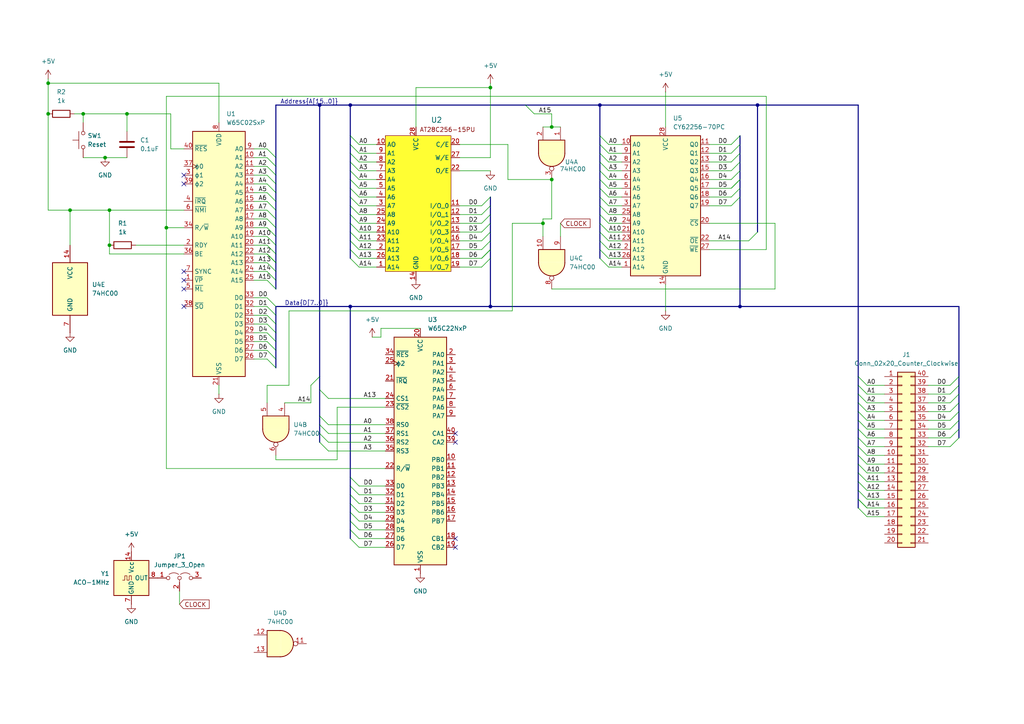
<source format=kicad_sch>
(kicad_sch (version 20250114) (generator "eeschema") (generator_version "9.0")
  (paper "A4")
  (lib_symbols
    (symbol "74xx:74HC00" (pin_names (offset 1.016))
      (property "Reference" "U" (at 0 1.27 0))
      (property "Value" "74HC00" (at 0 -1.27 0))
      (symbol "74HC00_1_1"
        (pin input line (at -7.62 2.54 0) (length 3.81) (name "~") (number "1"))
        (pin input line (at -7.62 -2.54 0) (length 3.81) (name "~") (number "2"))
        (pin output inverted (at 7.62 0 180) (length 3.81) (name "~") (number "3"))
      )
      (symbol "74HC00_1_2"
        (pin input inverted (at -7.62 2.54 0) (length 4.318) (name "~") (number "1"))
        (pin input inverted (at -7.62 -2.54 0) (length 4.318) (name "~") (number "2"))
        (pin output line (at 7.62 0 180) (length 3.81) (name "~") (number "3"))
      )
      (symbol "74HC00_2_1"
        (pin input line (at -7.62 2.54 0) (length 3.81) (name "~") (number "4"))
        (pin input line (at -7.62 -2.54 0) (length 3.81) (name "~") (number "5"))
        (pin output inverted (at 7.62 0 180) (length 3.81) (name "~") (number "6"))
      )
      (symbol "74HC00_2_2"
        (pin input inverted (at -7.62 2.54 0) (length 4.318) (name "~") (number "4"))
        (pin input inverted (at -7.62 -2.54 0) (length 4.318) (name "~") (number "5"))
        (pin output line (at 7.62 0 180) (length 3.81) (name "~") (number "6"))
      )
      (symbol "74HC00_3_1"
        (pin input line (at -7.62 2.54 0) (length 3.81) (name "~") (number "9"))
        (pin input line (at -7.62 -2.54 0) (length 3.81) (name "~") (number "10"))
        (pin output inverted (at 7.62 0 180) (length 3.81) (name "~") (number "8"))
      )
      (symbol "74HC00_3_2"
        (pin input inverted (at -7.62 2.54 0) (length 4.318) (name "~") (number "9"))
        (pin input inverted (at -7.62 -2.54 0) (length 4.318) (name "~") (number "10"))
        (pin output line (at 7.62 0 180) (length 3.81) (name "~") (number "8"))
      )
      (symbol "74HC00_4_1"
        (pin input line (at -7.62 2.54 0) (length 3.81) (name "~") (number "12"))
        (pin input line (at -7.62 -2.54 0) (length 3.81) (name "~") (number "13"))
        (pin output inverted (at 7.62 0 180) (length 3.81) (name "~") (number "11"))
      )
      (symbol "74HC00_4_2"
        (pin input inverted (at -7.62 2.54 0) (length 4.318) (name "~") (number "12"))
        (pin input inverted (at -7.62 -2.54 0) (length 4.318) (name "~") (number "13"))
        (pin output line (at 7.62 0 180) (length 3.81) (name "~") (number "11"))
      )
      (symbol "74HC00_5_0"
        (pin power_in line (at 0 12.7 270) (length 5.08) (name "VCC") (number "14"))
        (pin power_in line (at 0 -12.7 90) (length 5.08) (name "GND") (number "7"))
      )
    )
    (symbol "Connector_Generic:Conn_02x20_Counter_Clockwise" (pin_names (offset 1.016) (hide yes))
      (property "Reference" "J" (at 1.27 25.4 0))
      (property "Value" "Conn_02x20_Counter_Clockwise" (at 1.27 -27.94 0))
      (symbol "Conn_02x20_Counter_Clockwise_1_1"
        (pin passive line (at -5.08 22.86 0) (length 3.81) (name "Pin_1") (number "1"))
        (pin passive line (at -5.08 20.32 0) (length 3.81) (name "Pin_2") (number "2"))
        (pin passive line (at -5.08 17.78 0) (length 3.81) (name "Pin_3") (number "3"))
        (pin passive line (at -5.08 15.24 0) (length 3.81) (name "Pin_4") (number "4"))
        (pin passive line (at -5.08 12.7 0) (length 3.81) (name "Pin_5") (number "5"))
        (pin passive line (at -5.08 10.16 0) (length 3.81) (name "Pin_6") (number "6"))
        (pin passive line (at -5.08 7.62 0) (length 3.81) (name "Pin_7") (number "7"))
        (pin passive line (at -5.08 5.08 0) (length 3.81) (name "Pin_8") (number "8"))
        (pin passive line (at -5.08 2.54 0) (length 3.81) (name "Pin_9") (number "9"))
        (pin passive line (at -5.08 0 0) (length 3.81) (name "Pin_10") (number "10"))
        (pin passive line (at -5.08 -2.54 0) (length 3.81) (name "Pin_11") (number "11"))
        (pin passive line (at -5.08 -5.08 0) (length 3.81) (name "Pin_12") (number "12"))
        (pin passive line (at -5.08 -7.62 0) (length 3.81) (name "Pin_13") (number "13"))
        (pin passive line (at -5.08 -10.16 0) (length 3.81) (name "Pin_14") (number "14"))
        (pin passive line (at -5.08 -12.7 0) (length 3.81) (name "Pin_15") (number "15"))
        (pin passive line (at -5.08 -15.24 0) (length 3.81) (name "Pin_16") (number "16"))
        (pin passive line (at -5.08 -17.78 0) (length 3.81) (name "Pin_17") (number "17"))
        (pin passive line (at -5.08 -20.32 0) (length 3.81) (name "Pin_18") (number "18"))
        (pin passive line (at -5.08 -22.86 0) (length 3.81) (name "Pin_19") (number "19"))
        (pin passive line (at -5.08 -25.4 0) (length 3.81) (name "Pin_20") (number "20"))
        (pin passive line (at 7.62 22.86 180) (length 3.81) (name "Pin_40") (number "40"))
        (pin passive line (at 7.62 20.32 180) (length 3.81) (name "Pin_39") (number "39"))
        (pin passive line (at 7.62 17.78 180) (length 3.81) (name "Pin_38") (number "38"))
        (pin passive line (at 7.62 15.24 180) (length 3.81) (name "Pin_37") (number "37"))
        (pin passive line (at 7.62 12.7 180) (length 3.81) (name "Pin_36") (number "36"))
        (pin passive line (at 7.62 10.16 180) (length 3.81) (name "Pin_35") (number "35"))
        (pin passive line (at 7.62 7.62 180) (length 3.81) (name "Pin_34") (number "34"))
        (pin passive line (at 7.62 5.08 180) (length 3.81) (name "Pin_33") (number "33"))
        (pin passive line (at 7.62 2.54 180) (length 3.81) (name "Pin_32") (number "32"))
        (pin passive line (at 7.62 0 180) (length 3.81) (name "Pin_31") (number "31"))
        (pin passive line (at 7.62 -2.54 180) (length 3.81) (name "Pin_30") (number "30"))
        (pin passive line (at 7.62 -5.08 180) (length 3.81) (name "Pin_29") (number "29"))
        (pin passive line (at 7.62 -7.62 180) (length 3.81) (name "Pin_28") (number "28"))
        (pin passive line (at 7.62 -10.16 180) (length 3.81) (name "Pin_27") (number "27"))
        (pin passive line (at 7.62 -12.7 180) (length 3.81) (name "Pin_26") (number "26"))
        (pin passive line (at 7.62 -15.24 180) (length 3.81) (name "Pin_25") (number "25"))
        (pin passive line (at 7.62 -17.78 180) (length 3.81) (name "Pin_24") (number "24"))
        (pin passive line (at 7.62 -20.32 180) (length 3.81) (name "Pin_23") (number "23"))
        (pin passive line (at 7.62 -22.86 180) (length 3.81) (name "Pin_22") (number "22"))
        (pin passive line (at 7.62 -25.4 180) (length 3.81) (name "Pin_21") (number "21"))
      )
    )
    (symbol "Device:C" (pin_numbers (hide yes)) (pin_names (offset 0.254))
      (property "Reference" "C" (at 0.635 2.54 0))
      (property "Value" "C" (at 0.635 -2.54 0))
      (symbol "C_1_1"
        (pin passive line (at 0 3.81 270) (length 2.794) (name "~") (number "1"))
        (pin passive line (at 0 -3.81 90) (length 2.794) (name "~") (number "2"))
      )
    )
    (symbol "Device:R" (pin_numbers (hide yes)) (pin_names (offset 0))
      (property "Reference" "R" (at 2.032 0 90))
      (property "Value" "R" (at 0 0 90))
      (symbol "R_1_1"
        (pin passive line (at 0 3.81 270) (length 1.27) (name "~") (number "1"))
        (pin passive line (at 0 -3.81 90) (length 1.27) (name "~") (number "2"))
      )
    )
    (symbol "Jumper:Jumper_3_Open" (pin_names (offset 0) (hide yes)) (exclude_from_sim yes) (in_bom no)
      (property "Reference" "JP" (at -2.54 -2.54 0))
      (property "Value" "Jumper_3_Open" (at 0 2.794 0))
      (symbol "Jumper_3_Open_1_1"
        (pin passive line (at -6.35 0 0) (length 2.54) (name "A") (number "1"))
        (pin passive line (at 0 -3.81 90) (length 2.54) (name "C") (number "2"))
        (pin passive line (at 6.35 0 180) (length 2.54) (name "B") (number "3"))
      )
    )
    (symbol "Memory_RAM:CY62256-70PC"
      (property "Reference" "U" (at -10.16 20.955 0))
      (property "Value" "CY62256-70PC" (at 2.54 20.955 0))
      (symbol "CY62256-70PC_0_0"
        (pin power_in line (at 0 22.86 270) (length 2.54) (name "VCC") (number "28"))
        (pin power_in line (at 0 -22.86 90) (length 2.54) (name "GND") (number "14"))
      )
      (symbol "CY62256-70PC_1_1"
        (pin input line (at -12.7 17.78 0) (length 2.54) (name "A0") (number "10"))
        (pin input line (at -12.7 15.24 0) (length 2.54) (name "A1") (number "9"))
        (pin input line (at -12.7 12.7 0) (length 2.54) (name "A2") (number "8"))
        (pin input line (at -12.7 10.16 0) (length 2.54) (name "A3") (number "7"))
        (pin input line (at -12.7 7.62 0) (length 2.54) (name "A4") (number "6"))
        (pin input line (at -12.7 5.08 0) (length 2.54) (name "A5") (number "5"))
        (pin input line (at -12.7 2.54 0) (length 2.54) (name "A6") (number "4"))
        (pin input line (at -12.7 0 0) (length 2.54) (name "A7") (number "3"))
        (pin input line (at -12.7 -2.54 0) (length 2.54) (name "A8") (number "25"))
        (pin input line (at -12.7 -5.08 0) (length 2.54) (name "A9") (number "24"))
        (pin input line (at -12.7 -7.62 0) (length 2.54) (name "A10") (number "21"))
        (pin input line (at -12.7 -10.16 0) (length 2.54) (name "A11") (number "23"))
        (pin input line (at -12.7 -12.7 0) (length 2.54) (name "A12") (number "2"))
        (pin input line (at -12.7 -15.24 0) (length 2.54) (name "A13") (number "26"))
        (pin input line (at -12.7 -17.78 0) (length 2.54) (name "A14") (number "1"))
        (pin tri_state line (at 12.7 17.78 180) (length 2.54) (name "Q0") (number "11"))
        (pin tri_state line (at 12.7 15.24 180) (length 2.54) (name "Q1") (number "12"))
        (pin tri_state line (at 12.7 12.7 180) (length 2.54) (name "Q2") (number "13"))
        (pin tri_state line (at 12.7 10.16 180) (length 2.54) (name "Q3") (number "15"))
        (pin tri_state line (at 12.7 7.62 180) (length 2.54) (name "Q4") (number "16"))
        (pin tri_state line (at 12.7 5.08 180) (length 2.54) (name "Q5") (number "17"))
        (pin tri_state line (at 12.7 2.54 180) (length 2.54) (name "Q6") (number "18"))
        (pin tri_state line (at 12.7 0 180) (length 2.54) (name "Q7") (number "19"))
        (pin input line (at 12.7 -5.08 180) (length 2.54) (name "~{CS}") (number "20"))
        (pin input line (at 12.7 -10.16 180) (length 2.54) (name "~{OE}") (number "22"))
        (pin input line (at 12.7 -12.7 180) (length 2.54) (name "~{WE}") (number "27"))
      )
    )
    (symbol "Oscillator:ACO-xxxMHz" (pin_names (offset 0.254))
      (property "Reference" "Y" (at -5.08 6.35 0))
      (property "Value" "ACO-xxxMHz" (at 1.27 -6.35 0))
      (symbol "ACO-xxxMHz_1_1"
        (pin no_connect line (at -5.08 2.54 0) (length 2.54) (hide yes) (name "NC") (number "1"))
        (pin power_in line (at 0 7.62 270) (length 2.54) (name "Vcc") (number "14"))
        (pin power_in line (at 0 -7.62 90) (length 2.54) (name "GND") (number "7"))
        (pin output line (at 7.62 0 180) (length 2.54) (name "OUT") (number "8"))
      )
    )
    (symbol "PCM_65xx-library:W65C02SxP"
      (property "Reference" "U" (at 2.54 40.64 0))
      (property "Value" "W65C02SxP" (at 2.54 38.1 0))
      (symbol "W65C02SxP_1_1"
        (pin input line (at -10.16 30.48 0) (length 2.54) (name "~{RES}") (number "40"))
        (pin input clock (at -10.16 25.4 0) (length 2.54) (name "ϕ0") (number "37"))
        (pin output line (at -10.16 22.86 0) (length 2.54) (name "ϕ1") (number "3"))
        (pin output line (at -10.16 20.32 0) (length 2.54) (name "ϕ2") (number "39"))
        (pin input line (at -10.16 15.24 0) (length 2.54) (name "~{IRQ}") (number "4"))
        (pin input line (at -10.16 12.7 0) (length 2.54) (name "~{NMI}") (number "6"))
        (pin tri_state line (at -10.16 7.62 0) (length 2.54) (name "R/~{W}") (number "34"))
        (pin open_collector line (at -10.16 2.54 0) (length 2.54) (name "RDY") (number "2"))
        (pin input line (at -10.16 0 0) (length 2.54) (name "BE") (number "36"))
        (pin output line (at -10.16 -5.08 0) (length 2.54) (name "SYNC") (number "7"))
        (pin output line (at -10.16 -7.62 0) (length 2.54) (name "~{VP}") (number "1"))
        (pin output line (at -10.16 -10.16 0) (length 2.54) (name "~{ML}") (number "5"))
        (pin input line (at -10.16 -15.24 0) (length 2.54) (name "~{SO}") (number "38"))
        (pin no_connect non_logic (at -7.62 -30.48 0) (length 2.54) (hide yes) (name "nc") (number "35"))
        (pin power_in line (at 0 38.1 270) (length 2.54) (name "VDD") (number "8"))
        (pin power_in line (at 0 -38.1 90) (length 2.54) (name "VSS") (number "21"))
        (pin tri_state line (at 10.16 30.48 180) (length 2.54) (name "A0") (number "9"))
        (pin tri_state line (at 10.16 27.94 180) (length 2.54) (name "A1") (number "10"))
        (pin tri_state line (at 10.16 25.4 180) (length 2.54) (name "A2") (number "11"))
        (pin tri_state line (at 10.16 22.86 180) (length 2.54) (name "A3") (number "12"))
        (pin tri_state line (at 10.16 20.32 180) (length 2.54) (name "A4") (number "13"))
        (pin tri_state line (at 10.16 17.78 180) (length 2.54) (name "A5") (number "14"))
        (pin tri_state line (at 10.16 15.24 180) (length 2.54) (name "A6") (number "15"))
        (pin tri_state line (at 10.16 12.7 180) (length 2.54) (name "A7") (number "16"))
        (pin tri_state line (at 10.16 10.16 180) (length 2.54) (name "A8") (number "17"))
        (pin tri_state line (at 10.16 7.62 180) (length 2.54) (name "A9") (number "18"))
        (pin tri_state line (at 10.16 5.08 180) (length 2.54) (name "A10") (number "19"))
        (pin tri_state line (at 10.16 2.54 180) (length 2.54) (name "A11") (number "20"))
        (pin tri_state line (at 10.16 0 180) (length 2.54) (name "A12") (number "22"))
        (pin tri_state line (at 10.16 -2.54 180) (length 2.54) (name "A13") (number "23"))
        (pin tri_state line (at 10.16 -5.08 180) (length 2.54) (name "A14") (number "24"))
        (pin tri_state line (at 10.16 -7.62 180) (length 2.54) (name "A15") (number "25"))
        (pin bidirectional line (at 10.16 -12.7 180) (length 2.54) (name "D0") (number "33"))
        (pin bidirectional line (at 10.16 -15.24 180) (length 2.54) (name "D1") (number "32"))
        (pin bidirectional line (at 10.16 -17.78 180) (length 2.54) (name "D2") (number "31"))
        (pin bidirectional line (at 10.16 -20.32 180) (length 2.54) (name "D3") (number "30"))
        (pin bidirectional line (at 10.16 -22.86 180) (length 2.54) (name "D4") (number "29"))
        (pin bidirectional line (at 10.16 -25.4 180) (length 2.54) (name "D5") (number "28"))
        (pin bidirectional line (at 10.16 -27.94 180) (length 2.54) (name "D6") (number "27"))
        (pin bidirectional line (at 10.16 -30.48 180) (length 2.54) (name "D7") (number "26"))
      )
    )
    (symbol "PCM_65xx-library:W65C22NxP"
      (property "Reference" "U" (at 2.54 38.1 0))
      (property "Value" "W65C22NxP" (at 2.54 35.56 0))
      (symbol "W65C22NxP_1_1"
        (pin input line (at -10.16 27.94 0) (length 2.54) (name "~{RES}") (number "34"))
        (pin input clock (at -10.16 25.4 0) (length 2.54) (name "ϕ2") (number "25"))
        (pin open_collector line (at -10.16 20.32 0) (length 2.54) (name "~{IRQ}") (number "21"))
        (pin input line (at -10.16 15.24 0) (length 2.54) (name "CS1") (number "24"))
        (pin input line (at -10.16 12.7 0) (length 2.54) (name "~{CS2}") (number "23"))
        (pin input line (at -10.16 7.62 0) (length 2.54) (name "RS0") (number "38"))
        (pin input line (at -10.16 5.08 0) (length 2.54) (name "RS1") (number "37"))
        (pin input line (at -10.16 2.54 0) (length 2.54) (name "RS2") (number "36"))
        (pin input line (at -10.16 0 0) (length 2.54) (name "RS3") (number "35"))
        (pin input line (at -10.16 -5.08 0) (length 2.54) (name "R/~{W}") (number "22"))
        (pin bidirectional line (at -10.16 -10.16 0) (length 2.54) (name "D0") (number "33"))
        (pin bidirectional line (at -10.16 -12.7 0) (length 2.54) (name "D1") (number "32"))
        (pin bidirectional line (at -10.16 -15.24 0) (length 2.54) (name "D2") (number "31"))
        (pin bidirectional line (at -10.16 -17.78 0) (length 2.54) (name "D3") (number "30"))
        (pin bidirectional line (at -10.16 -20.32 0) (length 2.54) (name "D4") (number "29"))
        (pin bidirectional line (at -10.16 -22.86 0) (length 2.54) (name "D5") (number "28"))
        (pin bidirectional line (at -10.16 -25.4 0) (length 2.54) (name "D6") (number "27"))
        (pin bidirectional line (at -10.16 -27.94 0) (length 2.54) (name "D7") (number "26"))
        (pin power_in line (at 0 35.56 270) (length 2.54) (name "VCC") (number "20"))
        (pin power_in line (at 0 -35.56 90) (length 2.54) (name "VSS") (number "1"))
        (pin bidirectional line (at 10.16 27.94 180) (length 2.54) (name "PA0") (number "2"))
        (pin bidirectional line (at 10.16 25.4 180) (length 2.54) (name "PA1") (number "3"))
        (pin bidirectional line (at 10.16 22.86 180) (length 2.54) (name "PA2") (number "4"))
        (pin bidirectional line (at 10.16 20.32 180) (length 2.54) (name "PA3") (number "5"))
        (pin bidirectional line (at 10.16 17.78 180) (length 2.54) (name "PA4") (number "6"))
        (pin bidirectional line (at 10.16 15.24 180) (length 2.54) (name "PA5") (number "7"))
        (pin bidirectional line (at 10.16 12.7 180) (length 2.54) (name "PA6") (number "8"))
        (pin bidirectional line (at 10.16 10.16 180) (length 2.54) (name "PA7") (number "9"))
        (pin input line (at 10.16 5.08 180) (length 2.54) (name "CA1") (number "40"))
        (pin bidirectional line (at 10.16 2.54 180) (length 2.54) (name "CA2") (number "39"))
        (pin bidirectional line (at 10.16 -2.54 180) (length 2.54) (name "PB0") (number "10"))
        (pin bidirectional line (at 10.16 -5.08 180) (length 2.54) (name "PB1") (number "11"))
        (pin bidirectional line (at 10.16 -7.62 180) (length 2.54) (name "PB2") (number "12"))
        (pin bidirectional line (at 10.16 -10.16 180) (length 2.54) (name "PB3") (number "13"))
        (pin bidirectional line (at 10.16 -12.7 180) (length 2.54) (name "PB4") (number "14"))
        (pin bidirectional line (at 10.16 -15.24 180) (length 2.54) (name "PB5") (number "15"))
        (pin bidirectional line (at 10.16 -17.78 180) (length 2.54) (name "PB6") (number "16"))
        (pin bidirectional line (at 10.16 -20.32 180) (length 2.54) (name "PB7") (number "17"))
        (pin input line (at 10.16 -25.4 180) (length 2.54) (name "CB1") (number "18"))
        (pin bidirectional line (at 10.16 -27.94 180) (length 2.54) (name "CB2") (number "19"))
      )
    )
    (symbol "Switch:SW_Push" (pin_numbers (hide yes)) (pin_names (offset 1.016) (hide yes))
      (property "Reference" "SW" (at 1.27 2.54 0))
      (property "Value" "SW_Push" (at 0 -1.524 0))
      (symbol "SW_Push_0_1"
        (pin passive line (at -5.08 0 0) (length 2.54) (name "1") (number "1"))
        (pin passive line (at 5.08 0 180) (length 2.54) (name "2") (number "2"))
      )
    )
    (symbol "neodem:AT28C256-15PU"
      (property "Reference" "U2" (at -4.572 18.542 0))
      (symbol "AT28C256-15PU_1_1"
        (text "AT28C256-15PU" (at 0.254 15.748 0) (effects (font (size 1.27 1.27))))
        (pin input line (at -20.32 11.43 0) (length 2.54) (name "AO") (number "10"))
        (pin input line (at -20.32 8.89 0) (length 2.54) (name "A1") (number "9"))
        (pin input line (at -20.32 6.35 0) (length 2.54) (name "A2") (number "8"))
        (pin input line (at -20.32 3.81 0) (length 2.54) (name "A3") (number "7"))
        (pin input line (at -20.32 1.27 0) (length 2.54) (name "A4") (number "6"))
        (pin input line (at -20.32 -1.27 0) (length 2.54) (name "A5") (number "5"))
        (pin input line (at -20.32 -3.81 0) (length 2.54) (name "A6") (number "4"))
        (pin input line (at -20.32 -6.35 0) (length 2.54) (name "A7") (number "3"))
        (pin input line (at -20.32 -8.89 0) (length 2.54) (name "A8") (number "25"))
        (pin input line (at -20.32 -11.43 0) (length 2.54) (name "A9") (number "24"))
        (pin input line (at -20.32 -13.97 0) (length 2.54) (name "A10") (number "21"))
        (pin input line (at -20.32 -16.51 0) (length 2.54) (name "A11") (number "23"))
        (pin input line (at -20.32 -19.05 0) (length 2.54) (name "A12") (number "2"))
        (pin input line (at -20.32 -21.59 0) (length 2.54) (name "A13") (number "26"))
        (pin input line (at -20.32 -24.13 0) (length 2.54) (name "A14") (number "1"))
        (pin power_in line (at -8.89 16.51 270) (length 2.54) (name "VCC") (number "28"))
        (pin power_in line (at -8.89 -27.94 90) (length 2.54) (name "GND") (number "14"))
        (pin input line (at 3.81 11.43 180) (length 2.54) (name "C/E") (number "20"))
        (pin input line (at 3.81 7.62 180) (length 2.54) (name "W/E") (number "27"))
        (pin input line (at 3.81 3.81 180) (length 2.54) (name "O/E") (number "22"))
        (pin bidirectional line (at 3.81 -6.35 180) (length 2.54) (name "I/O_0") (number "11"))
        (pin bidirectional line (at 3.81 -8.89 180) (length 2.54) (name "I/O_1") (number "12"))
        (pin bidirectional line (at 3.81 -11.43 180) (length 2.54) (name "I/O_2") (number "13"))
        (pin bidirectional line (at 3.81 -13.97 180) (length 2.54) (name "I/O_3") (number "15"))
        (pin bidirectional line (at 3.81 -16.51 180) (length 2.54) (name "I/O_4") (number "16"))
        (pin bidirectional line (at 3.81 -19.05 180) (length 2.54) (name "I/O_5") (number "17"))
        (pin bidirectional line (at 3.81 -21.59 180) (length 2.54) (name "I/O_6") (number "18"))
        (pin bidirectional line (at 3.81 -24.13 180) (length 2.54) (name "I/O_7") (number "19"))
      )
    )
    (symbol "power:+5V" (power) (pin_numbers (hide yes)) (pin_names (offset 0) (hide yes))
      (property "Value" "+5V" (at 0 3.556 0))
      (symbol "+5V_1_1"
        (pin power_in line (at 0 0 90) (length 0) (name "~") (number "1"))
      )
    )
    (symbol "power:GND" (power) (pin_numbers (hide yes)) (pin_names (offset 0) (hide yes))
      (property "Value" "GND" (at 0 -3.81 0))
      (symbol "GND_1_1"
        (pin power_in line (at 0 0 270) (length 0) (name "~") (number "1"))
      )
    )
  )
  (junction (at 219.71 30.48))
  (junction (at 160.02 52.07))
  (junction (at 31.75 71.12))
  (junction (at 31.75 60.96))
  (junction (at 101.6 88.9))
  (junction (at 48.26 66.04))
  (junction (at 92.71 30.48))
  (junction (at 20.32 60.96))
  (junction (at 142.24 25.4))
  (junction (at 13.97 33.02))
  (junction (at 36.83 33.02))
  (junction (at 160.02 36.83))
  (junction (at 142.24 88.9))
  (junction (at 24.13 33.02))
  (junction (at 173.99 30.48))
  (junction (at 157.48 64.77))
  (junction (at 101.6 30.48))
  (junction (at 214.63 88.9))
  (junction (at 13.97 24.13))
  (junction (at 30.48 45.72))
  (no_connect (at 53.34 88.9))
  (no_connect (at 132.08 158.75))
  (no_connect (at 132.08 156.21))
  (no_connect (at 53.34 53.34))
  (no_connect (at 132.08 128.27))
  (no_connect (at 53.34 83.82))
  (no_connect (at 132.08 125.73))
  (no_connect (at 309.88 22.86))
  (no_connect (at 53.34 50.8))
  (no_connect (at 53.34 81.28))
  (no_connect (at 53.34 78.74))
  (bus_entry (at 212.09 52.07) (size 2.54 -2.54))
  (bus_entry (at 173.99 67.31) (size 2.54 2.54))
  (bus_entry (at 101.6 69.85) (size 2.54 2.54))
  (bus_entry (at 101.6 67.31) (size 2.54 2.54))
  (bus_entry (at 173.99 57.15) (size 2.54 2.54))
  (bus_entry (at 212.09 54.61) (size 2.54 -2.54))
  (bus_entry (at 173.99 59.69) (size 2.54 2.54))
  (bus_entry (at 77.47 60.96) (size 2.54 2.54))
  (bus_entry (at 101.6 57.15) (size 2.54 2.54))
  (bus_entry (at 139.7 59.69) (size 2.54 -2.54))
  (bus_entry (at 212.09 49.53) (size 2.54 -2.54))
  (bus_entry (at 77.47 81.28) (size 2.54 2.54))
  (bus_entry (at 173.99 52.07) (size 2.54 2.54))
  (bus_entry (at 101.6 49.53) (size 2.54 2.54))
  (bus_entry (at 173.99 46.99) (size 2.54 2.54))
  (bus_entry (at 77.47 93.98) (size 2.54 2.54))
  (bus_entry (at 139.7 62.23) (size 2.54 -2.54))
  (bus_entry (at 275.59 116.84) (size 2.54 -2.54))
  (bus_entry (at 77.47 101.6) (size 2.54 2.54))
  (bus_entry (at 77.47 91.44) (size 2.54 2.54))
  (bus_entry (at 217.17 69.85) (size 2.54 -2.54))
  (bus_entry (at 248.92 134.62) (size 2.54 2.54))
  (bus_entry (at 77.47 68.58) (size 2.54 2.54))
  (bus_entry (at 77.47 45.72) (size 2.54 2.54))
  (bus_entry (at 101.6 156.21) (size 2.54 2.54))
  (bus_entry (at 139.7 64.77) (size 2.54 -2.54))
  (bus_entry (at 77.47 48.26) (size 2.54 2.54))
  (bus_entry (at 248.92 144.78) (size 2.54 2.54))
  (bus_entry (at 101.6 64.77) (size 2.54 2.54))
  (bus_entry (at 152.4 30.48) (size 2.54 2.54))
  (bus_entry (at 77.47 86.36) (size 2.54 2.54))
  (bus_entry (at 101.6 41.91) (size 2.54 2.54))
  (bus_entry (at 248.92 137.16) (size 2.54 2.54))
  (bus_entry (at 248.92 111.76) (size 2.54 2.54))
  (bus_entry (at 173.99 64.77) (size 2.54 2.54))
  (bus_entry (at 248.92 142.24) (size 2.54 2.54))
  (bus_entry (at 101.6 143.51) (size 2.54 2.54))
  (bus_entry (at 77.47 104.14) (size 2.54 2.54))
  (bus_entry (at 77.47 58.42) (size 2.54 2.54))
  (bus_entry (at 275.59 111.76) (size 2.54 -2.54))
  (bus_entry (at 248.92 121.92) (size 2.54 2.54))
  (bus_entry (at 139.7 67.31) (size 2.54 -2.54))
  (bus_entry (at 173.99 69.85) (size 2.54 2.54))
  (bus_entry (at 92.71 128.27) (size 2.54 2.54))
  (bus_entry (at 212.09 46.99) (size 2.54 -2.54))
  (bus_entry (at 77.47 55.88) (size 2.54 2.54))
  (bus_entry (at 212.09 41.91) (size 2.54 -2.54))
  (bus_entry (at 275.59 119.38) (size 2.54 -2.54))
  (bus_entry (at 92.71 113.03) (size 2.54 2.54))
  (bus_entry (at 173.99 62.23) (size 2.54 2.54))
  (bus_entry (at 248.92 109.22) (size 2.54 2.54))
  (bus_entry (at 275.59 121.92) (size 2.54 -2.54))
  (bus_entry (at 248.92 116.84) (size 2.54 2.54))
  (bus_entry (at 77.47 43.18) (size 2.54 2.54))
  (bus_entry (at 101.6 52.07) (size 2.54 2.54))
  (bus_entry (at 248.92 127) (size 2.54 2.54))
  (bus_entry (at 101.6 54.61) (size 2.54 2.54))
  (bus_entry (at 173.99 39.37) (size 2.54 2.54))
  (bus_entry (at 101.6 151.13) (size 2.54 2.54))
  (bus_entry (at 139.7 74.93) (size 2.54 -2.54))
  (bus_entry (at 77.47 78.74) (size 2.54 2.54))
  (bus_entry (at 101.6 148.59) (size 2.54 2.54))
  (bus_entry (at 101.6 46.99) (size 2.54 2.54))
  (bus_entry (at 248.92 124.46) (size 2.54 2.54))
  (bus_entry (at 173.99 74.93) (size 2.54 2.54))
  (bus_entry (at 139.7 69.85) (size 2.54 -2.54))
  (bus_entry (at 173.99 49.53) (size 2.54 2.54))
  (bus_entry (at 77.47 88.9) (size 2.54 2.54))
  (bus_entry (at 139.7 74.93) (size 2.54 -2.54))
  (bus_entry (at 77.47 73.66) (size 2.54 2.54))
  (bus_entry (at 101.6 44.45) (size 2.54 2.54))
  (bus_entry (at 77.47 76.2) (size 2.54 2.54))
  (bus_entry (at 139.7 77.47) (size 2.54 -2.54))
  (bus_entry (at 77.47 96.52) (size 2.54 2.54))
  (bus_entry (at 248.92 147.32) (size 2.54 2.54))
  (bus_entry (at 90.17 111.76) (size 2.54 -2.54))
  (bus_entry (at 101.6 39.37) (size 2.54 2.54))
  (bus_entry (at 275.59 114.3) (size 2.54 -2.54))
  (bus_entry (at 101.6 138.43) (size 2.54 2.54))
  (bus_entry (at 248.92 114.3) (size 2.54 2.54))
  (bus_entry (at 173.99 41.91) (size 2.54 2.54))
  (bus_entry (at 173.99 54.61) (size 2.54 2.54))
  (bus_entry (at 212.09 57.15) (size 2.54 -2.54))
  (bus_entry (at 101.6 62.23) (size 2.54 2.54))
  (bus_entry (at 101.6 153.67) (size 2.54 2.54))
  (bus_entry (at 275.59 124.46) (size 2.54 -2.54))
  (bus_entry (at 275.59 129.54) (size 2.54 -2.54))
  (bus_entry (at 212.09 54.61) (size 2.54 -2.54))
  (bus_entry (at 101.6 74.93) (size 2.54 2.54))
  (bus_entry (at 77.47 50.8) (size 2.54 2.54))
  (bus_entry (at 248.92 129.54) (size 2.54 2.54))
  (bus_entry (at 173.99 72.39) (size 2.54 2.54))
  (bus_entry (at 173.99 44.45) (size 2.54 2.54))
  (bus_entry (at 92.71 125.73) (size 2.54 2.54))
  (bus_entry (at 139.7 72.39) (size 2.54 -2.54))
  (bus_entry (at 275.59 127) (size 2.54 -2.54))
  (bus_entry (at 77.47 73.66) (size 2.54 2.54))
  (bus_entry (at 101.6 146.05) (size 2.54 2.54))
  (bus_entry (at 77.47 66.04) (size 2.54 2.54))
  (bus_entry (at 92.71 123.19) (size 2.54 2.54))
  (bus_entry (at 248.92 132.08) (size 2.54 2.54))
  (bus_entry (at 101.6 72.39) (size 2.54 2.54))
  (bus_entry (at 212.09 44.45) (size 2.54 -2.54))
  (bus_entry (at 77.47 63.5) (size 2.54 2.54))
  (bus_entry (at 77.47 99.06) (size 2.54 2.54))
  (bus_entry (at 77.47 53.34) (size 2.54 2.54))
  (bus_entry (at 101.6 59.69) (size 2.54 2.54))
  (bus_entry (at 92.71 120.65) (size 2.54 2.54))
  (bus_entry (at 101.6 140.97) (size 2.54 2.54))
  (bus_entry (at 248.92 144.78) (size 2.54 2.54))
  (bus_entry (at 77.47 71.12) (size 2.54 2.54))
  (bus_entry (at 212.09 59.69) (size 2.54 -2.54))
  (bus_entry (at 248.92 119.38) (size 2.54 2.54))
  (bus_entry (at 248.92 139.7) (size 2.54 2.54))
  (wire (pts (xy 95.25 128.27) (xy 111.76 128.27)))
  (wire (pts (xy 133.35 77.47) (xy 139.7 77.47)))
  (wire (pts (xy 104.14 146.05) (xy 111.76 146.05)))
  (wire (pts (xy 176.53 69.85) (xy 180.34 69.85)))
  (bus (pts (xy 80.01 50.8) (xy 80.01 48.26)))
  (wire (pts (xy 251.46 121.92) (xy 256.54 121.92)))
  (bus (pts (xy 80.01 73.66) (xy 80.01 71.12)))
  (wire (pts (xy 73.66 101.6) (xy 77.47 101.6)))
  (bus (pts (xy 214.63 54.61) (xy 214.63 57.15)))
  (bus (pts (xy 101.6 41.91) (xy 101.6 44.45)))
  (bus (pts (xy 101.6 140.97) (xy 101.6 143.51)))
  (bus (pts (xy 101.6 88.9) (xy 101.6 138.43)))
  (bus (pts (xy 248.92 129.54) (xy 248.92 132.08)))
  (wire (pts (xy 20.32 60.96) (xy 31.75 60.96)))
  (bus (pts (xy 80.01 53.34) (xy 80.01 50.8)))
  (wire (pts (xy 104.14 74.93) (xy 109.22 74.93)))
  (bus (pts (xy 80.01 88.9) (xy 101.6 88.9)))
  (wire (pts (xy 176.53 44.45) (xy 180.34 44.45)))
  (wire (pts (xy 13.97 22.86) (xy 13.97 24.13)))
  (wire (pts (xy 205.74 64.77) (xy 224.79 64.77)))
  (wire (pts (xy 251.46 111.76) (xy 256.54 111.76)))
  (bus (pts (xy 248.92 132.08) (xy 248.92 134.62)))
  (wire (pts (xy 148.59 90.17) (xy 83.82 90.17)))
  (wire (pts (xy 73.66 73.66) (xy 77.47 73.66)))
  (bus (pts (xy 101.6 88.9) (xy 142.24 88.9)))
  (bus (pts (xy 248.92 116.84) (xy 248.92 119.38)))
  (wire (pts (xy 162.56 64.77) (xy 162.56 68.58)))
  (bus (pts (xy 80.01 30.48) (xy 92.71 30.48)))
  (wire (pts (xy 251.46 147.32) (xy 256.54 147.32)))
  (bus (pts (xy 214.63 49.53) (xy 214.63 52.07)))
  (wire (pts (xy 20.32 60.96) (xy 20.32 71.12)))
  (bus (pts (xy 248.92 142.24) (xy 248.92 144.78)))
  (wire (pts (xy 104.14 41.91) (xy 109.22 41.91)))
  (bus (pts (xy 214.63 57.15) (xy 214.63 88.9)))
  (bus (pts (xy 92.71 113.03) (xy 92.71 120.65)))
  (bus (pts (xy 173.99 52.07) (xy 173.99 54.61)))
  (wire (pts (xy 73.66 86.36) (xy 77.47 86.36)))
  (wire (pts (xy 30.48 45.72) (xy 36.83 45.72)))
  (wire (pts (xy 31.75 60.96) (xy 53.34 60.96)))
  (bus (pts (xy 142.24 57.15) (xy 142.24 59.69)))
  (wire (pts (xy 224.79 64.77) (xy 224.79 83.82)))
  (wire (pts (xy 147.32 41.91) (xy 147.32 52.07)))
  (bus (pts (xy 80.01 63.5) (xy 80.01 60.96)))
  (bus (pts (xy 92.71 125.73) (xy 92.71 128.27)))
  (bus (pts (xy 101.6 57.15) (xy 101.6 59.69)))
  (wire (pts (xy 36.83 33.02) (xy 36.83 38.1)))
  (wire (pts (xy 73.66 53.34) (xy 77.47 53.34)))
  (wire (pts (xy 176.53 49.53) (xy 180.34 49.53)))
  (bus (pts (xy 173.99 41.91) (xy 173.99 44.45)))
  (wire (pts (xy 73.66 91.44) (xy 77.47 91.44)))
  (bus (pts (xy 248.92 144.78) (xy 248.92 147.32)))
  (wire (pts (xy 83.82 111.76) (xy 77.47 111.76)))
  (bus (pts (xy 101.6 146.05) (xy 101.6 148.59)))
  (wire (pts (xy 49.53 43.18) (xy 53.34 43.18)))
  (wire (pts (xy 104.14 54.61) (xy 109.22 54.61)))
  (wire (pts (xy 77.47 111.76) (xy 77.47 116.84)))
  (bus (pts (xy 214.63 88.9) (xy 278.13 88.9)))
  (bus (pts (xy 142.24 69.85) (xy 142.24 72.39)))
  (wire (pts (xy 176.53 72.39) (xy 180.34 72.39)))
  (bus (pts (xy 248.92 137.16) (xy 248.92 139.7)))
  (wire (pts (xy 48.26 66.04) (xy 48.26 135.89)))
  (bus (pts (xy 173.99 39.37) (xy 173.99 41.91)))
  (bus (pts (xy 173.99 54.61) (xy 173.99 57.15)))
  (wire (pts (xy 148.59 64.77) (xy 148.59 90.17)))
  (bus (pts (xy 173.99 72.39) (xy 173.99 74.93)))
  (bus (pts (xy 101.6 30.48) (xy 152.4 30.48)))
  (wire (pts (xy 104.14 140.97) (xy 111.76 140.97)))
  (wire (pts (xy 269.24 124.46) (xy 275.59 124.46)))
  (bus (pts (xy 173.99 44.45) (xy 173.99 46.99)))
  (wire (pts (xy 251.46 142.24) (xy 256.54 142.24)))
  (wire (pts (xy 73.66 43.18) (xy 77.47 43.18)))
  (bus (pts (xy 80.01 76.2) (xy 80.01 73.66)))
  (wire (pts (xy 82.55 116.84) (xy 90.17 116.84)))
  (wire (pts (xy 160.02 33.02) (xy 160.02 36.83)))
  (wire (pts (xy 73.66 50.8) (xy 77.47 50.8)))
  (wire (pts (xy 73.66 45.72) (xy 77.47 45.72)))
  (bus (pts (xy 173.99 57.15) (xy 173.99 59.69)))
  (bus (pts (xy 214.63 44.45) (xy 214.63 46.99)))
  (wire (pts (xy 133.35 72.39) (xy 139.7 72.39)))
  (bus (pts (xy 278.13 111.76) (xy 278.13 114.3)))
  (wire (pts (xy 39.37 71.12) (xy 53.34 71.12)))
  (wire (pts (xy 111.76 118.11) (xy 97.79 118.11)))
  (wire (pts (xy 63.5 24.13) (xy 63.5 35.56)))
  (bus (pts (xy 248.92 134.62) (xy 248.92 137.16)))
  (wire (pts (xy 13.97 24.13) (xy 63.5 24.13)))
  (wire (pts (xy 133.35 64.77) (xy 139.7 64.77)))
  (bus (pts (xy 214.63 52.07) (xy 214.63 54.61)))
  (wire (pts (xy 142.24 25.4) (xy 142.24 45.72)))
  (wire (pts (xy 104.14 49.53) (xy 109.22 49.53)))
  (wire (pts (xy 104.14 151.13) (xy 111.76 151.13)))
  (wire (pts (xy 205.74 41.91) (xy 212.09 41.91)))
  (bus (pts (xy 80.01 83.82) (xy 80.01 81.28)))
  (wire (pts (xy 205.74 54.61) (xy 212.09 54.61)))
  (wire (pts (xy 80.01 132.08) (xy 80.01 133.35)))
  (bus (pts (xy 278.13 121.92) (xy 278.13 124.46)))
  (wire (pts (xy 157.48 63.5) (xy 157.48 64.77)))
  (bus (pts (xy 101.6 148.59) (xy 101.6 151.13)))
  (wire (pts (xy 83.82 90.17) (xy 83.82 111.76)))
  (wire (pts (xy 222.25 72.39) (xy 222.25 27.94)))
  (bus (pts (xy 248.92 127) (xy 248.92 129.54)))
  (wire (pts (xy 269.24 129.54) (xy 275.59 129.54)))
  (bus (pts (xy 173.99 59.69) (xy 173.99 62.23)))
  (wire (pts (xy 104.14 69.85) (xy 109.22 69.85)))
  (bus (pts (xy 278.13 88.9) (xy 278.13 109.22)))
  (wire (pts (xy 147.32 52.07) (xy 160.02 52.07)))
  (wire (pts (xy 104.14 46.99) (xy 109.22 46.99)))
  (bus (pts (xy 101.6 153.67) (xy 101.6 156.21)))
  (wire (pts (xy 73.66 93.98) (xy 77.47 93.98)))
  (wire (pts (xy 205.74 44.45) (xy 212.09 44.45)))
  (bus (pts (xy 173.99 64.77) (xy 173.99 67.31)))
  (wire (pts (xy 251.46 124.46) (xy 256.54 124.46)))
  (bus (pts (xy 142.24 74.93) (xy 142.24 88.9)))
  (bus (pts (xy 80.01 60.96) (xy 80.01 58.42)))
  (bus (pts (xy 173.99 30.48) (xy 173.99 39.37)))
  (bus (pts (xy 80.01 88.9) (xy 80.01 91.44)))
  (bus (pts (xy 80.01 66.04) (xy 80.01 68.58)))
  (wire (pts (xy 24.13 35.56) (xy 24.13 33.02)))
  (wire (pts (xy 133.35 74.93) (xy 139.7 74.93)))
  (wire (pts (xy 97.79 133.35) (xy 80.01 133.35)))
  (wire (pts (xy 110.49 95.25) (xy 110.49 97.79)))
  (wire (pts (xy 251.46 134.62) (xy 256.54 134.62)))
  (bus (pts (xy 80.01 63.5) (xy 80.01 66.04)))
  (bus (pts (xy 214.63 39.37) (xy 214.63 41.91)))
  (bus (pts (xy 101.6 69.85) (xy 101.6 72.39)))
  (bus (pts (xy 142.24 67.31) (xy 142.24 69.85)))
  (bus (pts (xy 92.71 120.65) (xy 92.71 123.19)))
  (wire (pts (xy 176.53 57.15) (xy 180.34 57.15)))
  (wire (pts (xy 73.66 55.88) (xy 77.47 55.88)))
  (bus (pts (xy 278.13 114.3) (xy 278.13 116.84)))
  (wire (pts (xy 176.53 41.91) (xy 180.34 41.91)))
  (wire (pts (xy 251.46 132.08) (xy 256.54 132.08)))
  (wire (pts (xy 160.02 63.5) (xy 157.48 63.5)))
  (bus (pts (xy 80.01 96.52) (xy 80.01 99.06)))
  (wire (pts (xy 205.74 59.69) (xy 212.09 59.69)))
  (wire (pts (xy 176.53 62.23) (xy 180.34 62.23)))
  (wire (pts (xy 95.25 115.57) (xy 111.76 115.57)))
  (wire (pts (xy 104.14 64.77) (xy 109.22 64.77)))
  (bus (pts (xy 101.6 54.61) (xy 101.6 57.15)))
  (bus (pts (xy 101.6 138.43) (xy 101.6 140.97)))
  (wire (pts (xy 73.66 71.12) (xy 77.47 71.12)))
  (wire (pts (xy 205.74 57.15) (xy 212.09 57.15)))
  (wire (pts (xy 142.24 24.13) (xy 142.24 25.4)))
  (wire (pts (xy 90.17 111.76) (xy 90.17 116.84)))
  (bus (pts (xy 80.01 91.44) (xy 80.01 93.98)))
  (wire (pts (xy 48.26 135.89) (xy 111.76 135.89)))
  (bus (pts (xy 80.01 58.42) (xy 80.01 55.88)))
  (wire (pts (xy 73.66 48.26) (xy 77.47 48.26)))
  (wire (pts (xy 133.35 67.31) (xy 139.7 67.31)))
  (wire (pts (xy 133.35 59.69) (xy 139.7 59.69)))
  (wire (pts (xy 160.02 52.07) (xy 160.02 63.5)))
  (wire (pts (xy 104.14 158.75) (xy 111.76 158.75)))
  (wire (pts (xy 133.35 69.85) (xy 139.7 69.85)))
  (wire (pts (xy 121.92 95.25) (xy 110.49 95.25)))
  (bus (pts (xy 219.71 30.48) (xy 248.92 30.48)))
  (wire (pts (xy 97.79 118.11) (xy 97.79 133.35)))
  (wire (pts (xy 31.75 60.96) (xy 31.75 71.12)))
  (wire (pts (xy 251.46 149.86) (xy 256.54 149.86)))
  (bus (pts (xy 92.71 109.22) (xy 92.71 113.03)))
  (wire (pts (xy 251.46 114.3) (xy 256.54 114.3)))
  (wire (pts (xy 21.59 33.02) (xy 24.13 33.02)))
  (wire (pts (xy 160.02 83.82) (xy 224.79 83.82)))
  (wire (pts (xy 193.04 82.55) (xy 193.04 90.17)))
  (wire (pts (xy 73.66 58.42) (xy 77.47 58.42)))
  (bus (pts (xy 142.24 88.9) (xy 214.63 88.9)))
  (bus (pts (xy 80.01 104.14) (xy 80.01 106.68)))
  (bus (pts (xy 248.92 111.76) (xy 248.92 114.3)))
  (bus (pts (xy 248.92 139.7) (xy 248.92 142.24)))
  (wire (pts (xy 176.53 46.99) (xy 180.34 46.99)))
  (wire (pts (xy 120.65 36.83) (xy 120.65 25.4)))
  (wire (pts (xy 104.14 148.59) (xy 111.76 148.59)))
  (wire (pts (xy 73.66 96.52) (xy 77.47 96.52)))
  (bus (pts (xy 101.6 46.99) (xy 101.6 49.53)))
  (wire (pts (xy 176.53 54.61) (xy 180.34 54.61)))
  (wire (pts (xy 73.66 104.14) (xy 77.47 104.14)))
  (wire (pts (xy 176.53 52.07) (xy 180.34 52.07)))
  (bus (pts (xy 80.01 101.6) (xy 80.01 104.14)))
  (wire (pts (xy 157.48 36.83) (xy 160.02 36.83)))
  (wire (pts (xy 133.35 45.72) (xy 142.24 45.72)))
  (wire (pts (xy 176.53 74.93) (xy 180.34 74.93)))
  (wire (pts (xy 251.46 137.16) (xy 256.54 137.16)))
  (bus (pts (xy 101.6 64.77) (xy 101.6 67.31)))
  (bus (pts (xy 101.6 151.13) (xy 101.6 153.67)))
  (wire (pts (xy 251.46 119.38) (xy 256.54 119.38)))
  (wire (pts (xy 73.66 76.2) (xy 77.47 76.2)))
  (wire (pts (xy 120.65 25.4) (xy 142.24 25.4)))
  (bus (pts (xy 101.6 143.51) (xy 101.6 146.05)))
  (wire (pts (xy 133.35 49.53) (xy 142.24 49.53)))
  (wire (pts (xy 193.04 26.67) (xy 193.04 36.83)))
  (bus (pts (xy 278.13 124.46) (xy 278.13 127)))
  (wire (pts (xy 160.02 36.83) (xy 162.56 36.83)))
  (bus (pts (xy 248.92 121.92) (xy 248.92 124.46)))
  (wire (pts (xy 157.48 64.77) (xy 148.59 64.77)))
  (wire (pts (xy 154.94 33.02) (xy 160.02 33.02)))
  (wire (pts (xy 107.95 97.79) (xy 110.49 97.79)))
  (bus (pts (xy 173.99 30.48) (xy 219.71 30.48)))
  (wire (pts (xy 104.14 156.21) (xy 111.76 156.21)))
  (bus (pts (xy 101.6 44.45) (xy 101.6 46.99)))
  (wire (pts (xy 104.14 57.15) (xy 109.22 57.15)))
  (bus (pts (xy 173.99 62.23) (xy 173.99 64.77)))
  (wire (pts (xy 13.97 24.13) (xy 13.97 33.02)))
  (wire (pts (xy 269.24 119.38) (xy 275.59 119.38)))
  (wire (pts (xy 269.24 116.84) (xy 275.59 116.84)))
  (bus (pts (xy 248.92 114.3) (xy 248.92 116.84)))
  (bus (pts (xy 101.6 49.53) (xy 101.6 52.07)))
  (bus (pts (xy 173.99 49.53) (xy 173.99 52.07)))
  (bus (pts (xy 173.99 69.85) (xy 173.99 72.39)))
  (wire (pts (xy 95.25 123.19) (xy 111.76 123.19)))
  (bus (pts (xy 101.6 67.31) (xy 101.6 69.85)))
  (wire (pts (xy 73.66 78.74) (xy 77.47 78.74)))
  (wire (pts (xy 269.24 127) (xy 275.59 127)))
  (bus (pts (xy 248.92 109.22) (xy 248.92 111.76)))
  (wire (pts (xy 104.14 77.47) (xy 109.22 77.47)))
  (bus (pts (xy 101.6 59.69) (xy 101.6 62.23)))
  (wire (pts (xy 251.46 144.78) (xy 256.54 144.78)))
  (bus (pts (xy 278.13 116.84) (xy 278.13 119.38)))
  (wire (pts (xy 269.24 111.76) (xy 275.59 111.76)))
  (wire (pts (xy 157.48 64.77) (xy 157.48 68.58)))
  (bus (pts (xy 101.6 62.23) (xy 101.6 64.77)))
  (wire (pts (xy 73.66 60.96) (xy 77.47 60.96)))
  (wire (pts (xy 176.53 64.77) (xy 180.34 64.77)))
  (wire (pts (xy 52.07 171.45) (xy 52.07 175.26)))
  (bus (pts (xy 80.01 45.72) (xy 80.01 30.48)))
  (wire (pts (xy 13.97 33.02) (xy 13.97 60.96)))
  (bus (pts (xy 92.71 123.19) (xy 92.71 125.73)))
  (wire (pts (xy 205.74 52.07) (xy 212.09 52.07)))
  (wire (pts (xy 73.66 63.5) (xy 77.47 63.5)))
  (wire (pts (xy 95.25 130.81) (xy 111.76 130.81)))
  (bus (pts (xy 101.6 30.48) (xy 101.6 39.37)))
  (bus (pts (xy 80.01 55.88) (xy 80.01 53.34)))
  (wire (pts (xy 251.46 127) (xy 256.54 127)))
  (wire (pts (xy 73.66 99.06) (xy 77.47 99.06)))
  (wire (pts (xy 48.26 66.04) (xy 53.34 66.04)))
  (bus (pts (xy 80.01 76.2) (xy 80.01 78.74)))
  (bus (pts (xy 92.71 30.48) (xy 101.6 30.48)))
  (wire (pts (xy 251.46 129.54) (xy 256.54 129.54)))
  (wire (pts (xy 63.5 111.76) (xy 63.5 114.3)))
  (wire (pts (xy 176.53 59.69) (xy 180.34 59.69)))
  (wire (pts (xy 48.26 27.94) (xy 48.26 66.04)))
  (bus (pts (xy 101.6 52.07) (xy 101.6 54.61)))
  (bus (pts (xy 92.71 30.48) (xy 92.71 109.22)))
  (bus (pts (xy 248.92 124.46) (xy 248.92 127)))
  (wire (pts (xy 104.14 143.51) (xy 111.76 143.51)))
  (wire (pts (xy 205.74 69.85) (xy 217.17 69.85)))
  (bus (pts (xy 142.24 72.39) (xy 142.24 74.93)))
  (wire (pts (xy 104.14 67.31) (xy 109.22 67.31)))
  (bus (pts (xy 173.99 67.31) (xy 173.99 69.85)))
  (wire (pts (xy 73.66 81.28) (xy 77.47 81.28)))
  (bus (pts (xy 278.13 119.38) (xy 278.13 121.92)))
  (wire (pts (xy 13.97 60.96) (xy 20.32 60.96)))
  (wire (pts (xy 104.14 52.07) (xy 109.22 52.07)))
  (bus (pts (xy 248.92 30.48) (xy 248.92 109.22)))
  (wire (pts (xy 251.46 139.7) (xy 256.54 139.7)))
  (wire (pts (xy 269.24 121.92) (xy 275.59 121.92)))
  (wire (pts (xy 24.13 45.72) (xy 30.48 45.72)))
  (wire (pts (xy 104.14 59.69) (xy 109.22 59.69)))
  (wire (pts (xy 31.75 73.66) (xy 53.34 73.66)))
  (bus (pts (xy 80.01 71.12) (xy 80.01 68.58)))
  (wire (pts (xy 104.14 44.45) (xy 109.22 44.45)))
  (wire (pts (xy 73.66 66.04) (xy 77.47 66.04)))
  (wire (pts (xy 222.25 27.94) (xy 48.26 27.94)))
  (wire (pts (xy 49.53 33.02) (xy 49.53 43.18)))
  (bus (pts (xy 219.71 30.48) (xy 219.71 67.31)))
  (wire (pts (xy 205.74 49.53) (xy 212.09 49.53)))
  (bus (pts (xy 80.01 81.28) (xy 80.01 78.74)))
  (wire (pts (xy 176.53 77.47) (xy 180.34 77.47)))
  (wire (pts (xy 104.14 72.39) (xy 109.22 72.39)))
  (wire (pts (xy 205.74 46.99) (xy 212.09 46.99)))
  (bus (pts (xy 142.24 59.69) (xy 142.24 62.23)))
  (wire (pts (xy 205.74 72.39) (xy 222.25 72.39)))
  (wire (pts (xy 36.83 33.02) (xy 49.53 33.02)))
  (wire (pts (xy 73.66 88.9) (xy 77.47 88.9)))
  (bus (pts (xy 80.01 93.98) (xy 80.01 96.52)))
  (wire (pts (xy 251.46 116.84) (xy 256.54 116.84)))
  (bus (pts (xy 278.13 109.22) (xy 278.13 111.76)))
  (bus (pts (xy 142.24 64.77) (xy 142.24 67.31)))
  (wire (pts (xy 95.25 125.73) (xy 111.76 125.73)))
  (wire (pts (xy 104.14 153.67) (xy 111.76 153.67)))
  (wire (pts (xy 269.24 114.3) (xy 275.59 114.3)))
  (wire (pts (xy 73.66 68.58) (xy 77.47 68.58)))
  (bus (pts (xy 101.6 72.39) (xy 101.6 74.93)))
  (bus (pts (xy 214.63 41.91) (xy 214.63 44.45)))
  (wire (pts (xy 104.14 62.23) (xy 109.22 62.23)))
  (wire (pts (xy 133.35 62.23) (xy 139.7 62.23)))
  (bus (pts (xy 248.92 119.38) (xy 248.92 121.92)))
  (wire (pts (xy 31.75 71.12) (xy 31.75 73.66)))
  (wire (pts (xy 176.53 67.31) (xy 180.34 67.31)))
  (wire (pts (xy 24.13 33.02) (xy 36.83 33.02)))
  (bus (pts (xy 80.01 48.26) (xy 80.01 45.72)))
  (wire (pts (xy 133.35 41.91) (xy 147.32 41.91)))
  (bus (pts (xy 214.63 46.99) (xy 214.63 49.53)))
  (bus (pts (xy 101.6 39.37) (xy 101.6 41.91)))
  (bus (pts (xy 80.01 99.06) (xy 80.01 101.6)))
  (bus (pts (xy 173.99 46.99) (xy 173.99 49.53)))
  (bus (pts (xy 152.4 30.48) (xy 173.99 30.48)))
  (bus (pts (xy 142.24 62.23) (xy 142.24 64.77)))
  (label "D1" (at 74.93 88.9 0))
  (label "D4" (at 74.93 96.52 0))
  (label "A2" (at 176.53 46.99 0))
  (label "A14" (at 104.14 77.47 0))
  (label "D2" (at 208.28 46.99 0))
  (label "A14" (at 176.53 77.47 0))
  (label "A7" (at 104.14 59.69 0))
  (label "A3" (at 74.93 50.8 0))
  (label "D3" (at 135.89 67.31 0))
  (label "D4" (at 271.78 121.92 0))
  (label "A5" (at 176.53 54.61 0))
  (label "A8" (at 104.14 62.23 0))
  (label "A0" (at 105.41 123.19 0))
  (label "D2" (at 105.41 146.05 0))
  (label "D3" (at 105.41 148.59 0))
  (label "A6" (at 176.53 57.15 0))
  (label "A4" (at 104.14 52.07 0))
  (label "A5" (at 104.14 54.61 0))
  (label "D3" (at 271.78 119.38 0))
  (label "A2" (at 105.41 128.27 0))
  (label "A13" (at 176.53 74.93 0))
  (label "A11" (at 74.93 71.12 0))
  (label "A13" (at 74.93 76.2 0))
  (label "A9" (at 74.93 66.04 0))
  (label "A4" (at 74.93 53.34 0))
  (label "A6" (at 251.46 127 0))
  (label "Data{D[7..0]}" (at 82.55 88.9 0))
  (label "D5" (at 74.93 99.06 0))
  (label "A13" (at 104.14 74.93 0))
  (label "A14" (at 251.46 147.32 0))
  (label "D6" (at 208.28 57.15 0))
  (label "A12" (at 176.53 72.39 0))
  (label "A1" (at 74.93 45.72 0))
  (label "A3" (at 104.14 49.53 0))
  (label "A0" (at 74.93 43.18 0))
  (label "A5" (at 74.93 55.88 0))
  (label "D5" (at 271.78 124.46 0))
  (label "D0" (at 271.78 111.76 0))
  (label "A14" (at 208.28 69.85 0))
  (label "D4" (at 105.41 151.13 0))
  (label "A15" (at 156.21 33.02 0))
  (label "A1" (at 176.53 44.45 0))
  (label "A10" (at 251.46 137.16 0))
  (label "A4" (at 251.46 121.92 0))
  (label "D2" (at 74.93 91.44 0))
  (label "D0" (at 208.28 41.91 0))
  (label "D7" (at 208.28 59.69 0))
  (label "A2" (at 104.14 46.99 0))
  (label "A3" (at 251.46 119.38 0))
  (label "A12" (at 104.14 72.39 0))
  (label "A13" (at 105.41 115.57 0))
  (label "D0" (at 105.41 140.97 0))
  (label "D4" (at 135.89 69.85 0))
  (label "A6" (at 104.14 57.15 0))
  (label "A7" (at 176.53 59.69 0))
  (label "A8" (at 74.93 63.5 0))
  (label "A1" (at 105.41 125.73 0))
  (label "D4" (at 208.28 52.07 0))
  (label "A11" (at 251.46 139.7 0))
  (label "A15" (at 74.93 81.28 0))
  (label "A4" (at 176.53 52.07 0))
  (label "D5" (at 208.28 54.61 0))
  (label "D1" (at 271.78 114.3 0))
  (label "D7" (at 135.89 77.47 0))
  (label "A10" (at 104.14 67.31 0))
  (label "A9" (at 251.46 134.62 0))
  (label "A6" (at 74.93 58.42 0))
  (label "D7" (at 74.93 104.14 0))
  (label "A9" (at 176.53 64.77 0))
  (label "Address{A[15..0]}" (at 81.28 30.48 0))
  (label "D6" (at 105.41 156.21 0))
  (label "A9" (at 104.14 64.77 0))
  (label "A15" (at 251.46 149.86 0))
  (label "D5" (at 105.41 153.67 0))
  (label "A2" (at 74.93 48.26 0))
  (label "A10" (at 176.53 67.31 0))
  (label "A13" (at 251.46 144.78 0))
  (label "D2" (at 135.89 64.77 0))
  (label "A0" (at 176.53 41.91 0))
  (label "A2" (at 251.46 116.84 0))
  (label "A14" (at 74.93 78.74 0))
  (label "A3" (at 176.53 49.53 0))
  (label "A0" (at 104.14 41.91 0))
  (label "A8" (at 251.46 132.08 0))
  (label "A3" (at 105.41 130.81 0))
  (label "A11" (at 176.53 69.85 0))
  (label "D0" (at 74.93 86.36 0))
  (label "A10" (at 74.93 68.58 0))
  (label "A0" (at 251.46 111.76 0))
  (label "A8" (at 176.53 62.23 0))
  (label "A14" (at 86.36 116.84 0))
  (label "D6" (at 271.78 127 0))
  (label "D2" (at 271.78 116.84 0))
  (label "A1" (at 104.14 44.45 0))
  (label "A11" (at 104.14 69.85 0))
  (label "D6" (at 74.93 101.6 0))
  (label "A1" (at 251.46 114.3 0))
  (label "A7" (at 251.46 129.54 0))
  (label "D6" (at 135.89 74.93 0))
  (label "A7" (at 74.93 60.96 0))
  (label "A12" (at 74.93 73.66 0))
  (label "D3" (at 74.93 93.98 0))
  (label "D1" (at 105.41 143.51 0))
  (label "D5" (at 135.89 72.39 0))
  (label "D7" (at 105.41 158.75 0))
  (label "A5" (at 251.46 124.46 0))
  (label "D1" (at 208.28 44.45 0))
  (label "D3" (at 208.28 49.53 0))
  (label "D7" (at 271.78 129.54 0))
  (label "A12" (at 251.46 142.24 0))
  (label "D1" (at 135.89 62.23 0))
  (label "D0" (at 135.89 59.69 0))
  (global_label "CLOCK" (shape input) (at 52.07 175.26 0) (property "Intersheetrefs" "${INTERSHEET_REFS}" (effects (hide yes))))
  (global_label "CLOCK" (shape input) (at 162.56 64.77 0) (property "Intersheetrefs" "${INTERSHEET_REFS}" (effects (hide yes))))
  (symbol (lib_id "power:GND") (at 63.5 114.3 0) (unit 1)
    (property "Reference" "#PWR01" (effects (hide yes)))
    (property "Value" "GND" (at 63.5 119.38 0))
    (property "Description" "Power symbol creates a global label with name \"GND\" , ground" (effects (hide yes)))
  )
  (symbol (lib_id "Oscillator:ACO-xxxMHz") (at 38.1 167.64 0) (unit 1)
    (property "Reference" "Y1" (at 31.75 166.3699 0) (effects (justify right)))
    (property "Value" "ACO-1MHz" (at 31.75 168.9099 0) (effects (justify right)))
    (property "Footprint" "Oscillator:Oscillator_DIP-14" (effects (hide yes)))
    (property "Datasheet" "http://www.conwin.com/datasheets/cx/cx030.pdf" (effects (hide yes)))
    (property "Description" "HCMOS Crystal Clock Oscillator, DIP14-style metal package" (effects (hide yes)))
  )
  (symbol (lib_id "power:GND") (at 193.04 90.17 0) (unit 1)
    (property "Reference" "#PWR08" (effects (hide yes)))
    (property "Value" "GND" (at 193.04 95.25 0))
    (property "Description" "Power symbol creates a global label with name \"GND\" , ground" (effects (hide yes)))
  )
  (symbol (lib_id "Memory_RAM:CY62256-70PC") (at 193.04 59.69 0) (unit 1)
    (property "Reference" "U5" (at 195.1833 34.29 0) (effects (justify left)))
    (property "Value" "CY62256-70PC" (at 195.1833 36.83 0) (effects (justify left)))
    (property "Footprint" "Package_DIP:DIP-28_W15.24mm" (effects (hide yes)))
    (property "Datasheet" "https://ecee.colorado.edu/~mcclurel/Cypress_SRAM_CY62256.pdf" (effects (hide yes)))
    (property "Description" "256K (32K x 8) Static RAM, 70ns, DIP-28" (effects (hide yes)))
  )
  (symbol (lib_id "power:GND") (at 142.24 49.53 0) (unit 1)
    (property "Reference" "#PWR010" (effects (hide yes)))
    (property "Value" "GND" (at 142.24 54.61 0))
    (property "Description" "Power symbol creates a global label with name \"GND\" , ground" (effects (hide yes)))
  )
  (symbol (lib_id "Jumper:Jumper_3_Open") (at 52.07 167.64 0) (unit 1)
    (property "Reference" "JP1" (at 52.07 161.29 0))
    (property "Value" "Jumper_3_Open" (at 52.07 163.83 0))
    (property "Description" "Jumper, 3-pole, both open" (effects (hide yes)))
  )
  (symbol (lib_id "power:+5V") (at 193.04 26.67 0) (unit 1)
    (property "Reference" "#PWR09" (effects (hide yes)))
    (property "Value" "+5V" (at 193.04 21.59 0))
    (property "Description" "Power symbol creates a global label with name \"+5V\"" (effects (hide yes)))
  )
  (symbol (lib_id "Device:C") (at 36.83 41.91 0) (unit 1)
    (property "Reference" "C1" (at 40.64 40.6399 0) (effects (justify left)))
    (property "Value" "0.1uF" (at 40.64 43.1799 0) (effects (justify left)))
    (property "Description" "Unpolarized capacitor" (effects (hide yes)))
  )
  (symbol (lib_id "neodem:AT28C256-15PU") (at 129.54 53.34 0) (unit 1)
    (property "Reference" "U2" (at 124.968 34.798 0) (effects (font (size 1.524 1.524)) (justify left)))
    (property "Value" "AT28C256-15PU" (effects (hide yes)))
    (property "Footprint" "28P6_ATM" (effects (hide yes)))
    (property "Datasheet" "AT28C256-15PU" (effects (hide yes)))
  )
  (symbol (lib_id "power:GND") (at 30.48 45.72 0) (unit 1)
    (property "Reference" "#PWR06" (effects (hide yes)))
    (property "Value" "GND" (at 30.48 50.8 0))
    (property "Description" "Power symbol creates a global label with name \"GND\" , ground" (effects (hide yes)))
  )
  (symbol (lib_id "Switch:SW_Push") (at 24.13 40.64 90) (unit 1)
    (property "Reference" "SW1" (at 25.4 39.3699 90) (effects (justify right)))
    (property "Value" "Reset" (at 25.4 41.9099 90) (effects (justify right)))
    (property "Description" "Push button switch, generic, two pins" (effects (hide yes)))
  )
  (symbol (lib_id "power:GND") (at 120.65 81.28 0) (unit 1)
    (property "Reference" "#PWR02" (effects (hide yes)))
    (property "Value" "GND" (at 120.65 86.36 0))
    (property "Description" "Power symbol creates a global label with name \"GND\" , ground" (effects (hide yes)))
  )
  (symbol (lib_id "Device:R") (at 35.56 71.12 90) (unit 1)
    (property "Reference" "R1" (at 35.56 64.77 90))
    (property "Value" "1k" (at 35.56 67.31 90))
    (property "Description" "Resistor" (effects (hide yes)))
  )
  (symbol (lib_id "74xx:74HC00") (at 160.02 76.2 270) (unit 3)
    (property "Reference" "U4" (at 165.1 74.9216 90) (effects (justify left)))
    (property "Value" "74HC00" (at 165.1 77.4616 90) (effects (justify left)))
    (property "Datasheet" "http://www.ti.com/lit/gpn/sn74hc00" (effects (hide yes)))
    (property "Description" "quad 2-input NAND gate" (effects (hide yes)))
  )
  (symbol (lib_id "PCM_65xx-library:W65C22NxP") (at 121.92 130.81 0) (unit 1)
    (property "Reference" "U3" (at 124.0633 92.71 0) (effects (justify left)))
    (property "Value" "W65C22NxP" (at 124.0633 95.25 0) (effects (justify left)))
    (property "Footprint" "Package_DIP:DIP-40_W15.24mm" (effects (hide yes)))
    (property "Datasheet" "http://www.westerndesigncenter.com/wdc/documentation/w65c22.pdf" (effects (hide yes)))
    (property "Description" "CMOS Versatile Interface Adapter (VIA), 20-pin I/O, 2 Timer/Counters, NMOS-Compatible, DIP-40" (effects (hide yes)))
  )
  (symbol (lib_id "PCM_65xx-library:W65C02SxP") (at 63.5 73.66 0) (unit 1)
    (property "Reference" "U1" (at 65.6433 33.02 0) (effects (justify left)))
    (property "Value" "W65C02SxP" (at 65.6433 35.56 0) (effects (justify left)))
    (property "Footprint" "Package_DIP:DIP-40_W15.24mm" (effects (hide yes)))
    (property "Datasheet" "http://www.westerndesigncenter.com/wdc/documentation/w65c02s.pdf" (effects (hide yes)))
    (property "Description" "8-bit CMOS General Purpose Microprocessor, DIP-40" (effects (hide yes)))
  )
  (symbol (lib_id "power:GND") (at 38.1 175.26 0) (unit 1)
    (property "Reference" "#PWR04" (effects (hide yes)))
    (property "Value" "GND" (at 38.1 180.34 0))
    (property "Description" "Power symbol creates a global label with name \"GND\" , ground" (effects (hide yes)))
  )
  (symbol (lib_id "power:+5V") (at 142.24 24.13 0) (unit 1)
    (property "Reference" "#PWR03" (effects (hide yes)))
    (property "Value" "+5V" (at 142.24 19.05 0))
    (property "Description" "Power symbol creates a global label with name \"+5V\"" (effects (hide yes)))
  )
  (symbol (lib_id "74xx:74HC00") (at 80.01 124.46 270) (unit 2)
    (property "Reference" "U4" (at 85.09 123.1816 90) (effects (justify left)))
    (property "Value" "74HC00" (at 85.09 125.7216 90) (effects (justify left)))
    (property "Datasheet" "http://www.ti.com/lit/gpn/sn74hc00" (effects (hide yes)))
    (property "Description" "quad 2-input NAND gate" (effects (hide yes)))
  )
  (symbol (lib_id "power:+5V") (at 38.1 160.02 0) (unit 1)
    (property "Reference" "#PWR011" (effects (hide yes)))
    (property "Value" "+5V" (at 38.1 154.94 0))
    (property "Description" "Power symbol creates a global label with name \"+5V\"" (effects (hide yes)))
  )
  (symbol (lib_id "power:+5V") (at 13.97 22.86 0) (unit 1)
    (property "Reference" "#PWR05" (effects (hide yes)))
    (property "Value" "+5V" (at 13.97 17.78 0))
    (property "Description" "Power symbol creates a global label with name \"+5V\"" (effects (hide yes)))
  )
  (symbol (lib_id "power:GND") (at 121.92 166.37 0) (unit 1)
    (property "Reference" "#PWR013" (effects (hide yes)))
    (property "Value" "GND" (at 121.92 171.45 0))
    (property "Description" "Power symbol creates a global label with name \"GND\" , ground" (effects (hide yes)))
  )
  (symbol (lib_id "74xx:74HC00") (at 160.02 44.45 270) (unit 1)
    (property "Reference" "U4" (at 163.83 46.99 90) (effects (justify left)))
    (property "Value" "74HC00" (at 162.306 49.022 90) (effects (justify left)))
    (property "Datasheet" "http://www.ti.com/lit/gpn/sn74hc00" (effects (hide yes)))
    (property "Description" "quad 2-input NAND gate" (effects (hide yes)))
  )
  (symbol (lib_id "Device:R") (at 17.78 33.02 90) (unit 1)
    (property "Reference" "R2" (at 17.78 26.67 90))
    (property "Value" "1k" (at 17.78 29.21 90))
    (property "Description" "Resistor" (effects (hide yes)))
  )
  (symbol (lib_id "74xx:74HC00") (at 20.32 83.82 0) (unit 5)
    (property "Reference" "U4" (at 26.67 82.5499 0) (effects (justify left)))
    (property "Value" "74HC00" (at 26.67 85.0899 0) (effects (justify left)))
    (property "Datasheet" "http://www.ti.com/lit/gpn/sn74hc00" (effects (hide yes)))
    (property "Description" "quad 2-input NAND gate" (effects (hide yes)))
  )
  (symbol (lib_id "power:GND") (at 20.32 96.52 0) (unit 1)
    (property "Reference" "#PWR07" (effects (hide yes)))
    (property "Value" "GND" (at 20.32 101.6 0))
    (property "Description" "Power symbol creates a global label with name \"GND\" , ground" (effects (hide yes)))
  )
  (symbol (lib_id "Connector_Generic:Conn_02x20_Counter_Clockwise") (at 261.62 132.08 0) (unit 1)
    (property "Reference" "J1" (at 262.89 102.87 0))
    (property "Value" "Conn_02x20_Counter_Clockwise" (at 262.89 105.41 0))
    (property "Description" "Generic connector, double row, 02x20, counter clockwise pin numbering scheme (similar to DIP package numbering), script generated (kicad-library-utils/schlib/autogen/connector/)" (effects (hide yes)))
  )
  (symbol (lib_id "74xx:74HC00") (at 81.28 186.69 0) (unit 4)
    (property "Reference" "U4" (at 81.2717 177.8 0))
    (property "Value" "74HC00" (at 81.2717 180.34 0))
    (property "Datasheet" "http://www.ti.com/lit/gpn/sn74hc00" (effects (hide yes)))
    (property "Description" "quad 2-input NAND gate" (effects (hide yes)))
  )
  (symbol (lib_id "power:+5V") (at 107.95 97.79 0) (unit 1)
    (property "Reference" "#PWR012" (effects (hide yes)))
    (property "Value" "+5V" (at 107.95 92.71 0))
    (property "Description" "Power symbol creates a global label with name \"+5V\"" (effects (hide yes)))
  )
)
</source>
